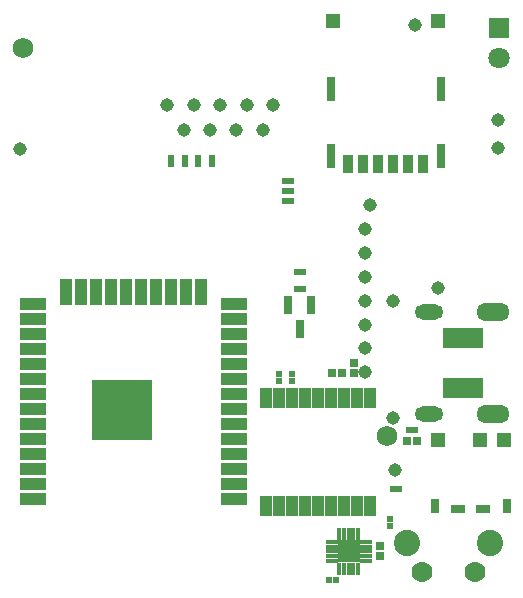
<source format=gbs>
G04*
G04 #@! TF.GenerationSoftware,Altium Limited,Altium Designer,20.0.1 (14)*
G04*
G04 Layer_Color=16711935*
%FSLAX44Y44*%
%MOMM*%
G71*
G01*
G75*
%ADD68R,0.7332X0.7532*%
%ADD72R,3.4032X1.7032*%
%ADD74R,0.5032X0.6032*%
%ADD75R,0.6032X0.5032*%
%ADD95R,1.2032X1.2032*%
%ADD112C,1.7272*%
%ADD113C,1.1400*%
%ADD114R,1.8032X1.8032*%
%ADD115C,1.8032*%
%ADD116O,2.8032X1.5032*%
%ADD117O,2.4032X1.3032*%
%ADD118C,2.2292*%
%ADD119C,1.7642*%
%ADD157R,1.2032X1.2332*%
%ADD158R,0.8532X1.5032*%
%ADD159R,0.6832X2.0032*%
%ADD160R,5.2032X5.2032*%
%ADD161R,2.2032X1.1032*%
%ADD162R,1.1032X2.2032*%
%ADD163R,0.8032X1.5532*%
%ADD164R,0.7532X0.7332*%
%ADD165R,0.7032X1.2032*%
%ADD166R,1.2032X0.7032*%
%ADD167R,1.0032X0.4032*%
%ADD168R,0.4032X1.0032*%
%ADD169R,1.9032X1.9032*%
%ADD170R,1.1032X1.8032*%
D68*
X294894Y184278D02*
D03*
Y192658D02*
D03*
X316738Y29338D02*
D03*
Y37718D02*
D03*
D72*
X387378Y213532D02*
D03*
Y171532D02*
D03*
D74*
X236010Y329692D02*
D03*
X241510D02*
D03*
X246370Y269748D02*
D03*
X251870D02*
D03*
X241510Y338074D02*
D03*
X236010D02*
D03*
X241510Y346456D02*
D03*
X236010D02*
D03*
X246170Y255524D02*
D03*
X251670D02*
D03*
X341166Y135890D02*
D03*
X346666D02*
D03*
X333204Y85852D02*
D03*
X327704D02*
D03*
X279356Y8636D02*
D03*
X273856D02*
D03*
D75*
X231394Y183090D02*
D03*
Y177590D02*
D03*
X242316Y182836D02*
D03*
Y177336D02*
D03*
X325196Y60230D02*
D03*
Y54730D02*
D03*
X151459Y366246D02*
D03*
Y360746D02*
D03*
X174658Y366246D02*
D03*
Y360746D02*
D03*
X139860Y366246D02*
D03*
Y360746D02*
D03*
X163059Y366246D02*
D03*
Y360746D02*
D03*
D95*
X421700Y127060D02*
D03*
X365700D02*
D03*
X401700D02*
D03*
D112*
X323088Y130302D02*
D03*
X14224Y458978D02*
D03*
D113*
X417068Y398272D02*
D03*
Y374396D02*
D03*
X329184Y101600D02*
D03*
X346202Y478790D02*
D03*
X308610Y325882D02*
D03*
X304298Y305925D02*
D03*
X327660Y244856D02*
D03*
X365506Y256032D02*
D03*
X304298Y184658D02*
D03*
Y204869D02*
D03*
Y225080D02*
D03*
Y245291D02*
D03*
X328168Y146050D02*
D03*
X304298Y285714D02*
D03*
X151130Y390210D02*
D03*
X203899Y411038D02*
D03*
X181483D02*
D03*
X159067D02*
D03*
X136652D02*
D03*
X304298Y265176D02*
D03*
X11684Y373700D02*
D03*
X217678Y389956D02*
D03*
X226314Y411038D02*
D03*
X194818Y390210D02*
D03*
X172974D02*
D03*
D114*
X417322Y475742D02*
D03*
D115*
Y450342D02*
D03*
D116*
X412070Y235732D02*
D03*
Y149332D02*
D03*
D117*
X358470Y235732D02*
D03*
Y149332D02*
D03*
D118*
X410062Y40390D02*
D03*
X339962D02*
D03*
D119*
X397512Y15490D02*
D03*
X352512D02*
D03*
D157*
X276964Y482090D02*
D03*
X366264D02*
D03*
D158*
X353414Y361190D02*
D03*
X340714D02*
D03*
X328014D02*
D03*
X315314D02*
D03*
X302614D02*
D03*
X289914D02*
D03*
D159*
X274914Y367390D02*
D03*
X368214D02*
D03*
X274914Y424890D02*
D03*
X368214D02*
D03*
D160*
X97954Y152724D02*
D03*
D161*
X22954Y77724D02*
D03*
Y90424D02*
D03*
Y103124D02*
D03*
Y115824D02*
D03*
Y128524D02*
D03*
Y141224D02*
D03*
Y153924D02*
D03*
Y166624D02*
D03*
Y179324D02*
D03*
Y192024D02*
D03*
Y204724D02*
D03*
Y217424D02*
D03*
Y230124D02*
D03*
Y242824D02*
D03*
X192954D02*
D03*
Y230124D02*
D03*
Y217424D02*
D03*
Y204724D02*
D03*
Y192024D02*
D03*
Y179324D02*
D03*
Y166624D02*
D03*
Y153924D02*
D03*
Y141224D02*
D03*
Y128524D02*
D03*
Y115824D02*
D03*
Y103124D02*
D03*
Y90424D02*
D03*
Y77724D02*
D03*
D162*
X50804Y252824D02*
D03*
X63504D02*
D03*
X76204D02*
D03*
X88904D02*
D03*
X101604D02*
D03*
X114304D02*
D03*
X127004D02*
D03*
X139704D02*
D03*
X152404D02*
D03*
X165104D02*
D03*
D163*
X248768Y221554D02*
D03*
X258268Y241554D02*
D03*
X239268D02*
D03*
D164*
X276226Y183896D02*
D03*
X284606D02*
D03*
X348360Y126746D02*
D03*
X339980D02*
D03*
D165*
X424200Y71060D02*
D03*
X363200D02*
D03*
D166*
X404200Y69060D02*
D03*
X383200D02*
D03*
D167*
X304800Y28956D02*
D03*
Y32956D02*
D03*
Y36956D02*
D03*
Y40956D02*
D03*
X275800Y28956D02*
D03*
Y32956D02*
D03*
Y36956D02*
D03*
Y40956D02*
D03*
X304800Y24956D02*
D03*
X275800D02*
D03*
D168*
X290300Y18456D02*
D03*
Y47456D02*
D03*
X294300Y18456D02*
D03*
X298300D02*
D03*
X286300D02*
D03*
X282300D02*
D03*
X294300Y47456D02*
D03*
X298300D02*
D03*
X286300D02*
D03*
X282300D02*
D03*
D169*
X290300Y32956D02*
D03*
D170*
X308528Y71120D02*
D03*
X297528D02*
D03*
X286528D02*
D03*
X275528D02*
D03*
X264528D02*
D03*
X253528D02*
D03*
X242528D02*
D03*
X231528D02*
D03*
X220528D02*
D03*
X308528Y163120D02*
D03*
X297528D02*
D03*
X286528D02*
D03*
X275528D02*
D03*
X220528D02*
D03*
X231528D02*
D03*
X242528D02*
D03*
X253528D02*
D03*
X264528D02*
D03*
M02*

</source>
